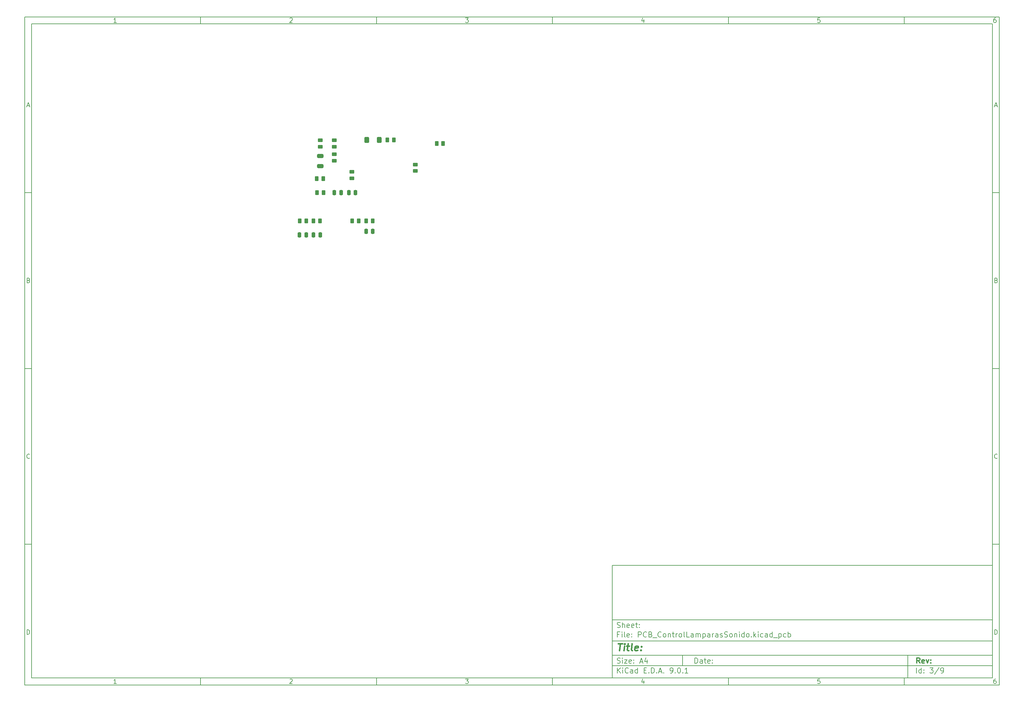
<source format=gbr>
%TF.GenerationSoftware,KiCad,Pcbnew,9.0.1*%
%TF.CreationDate,2025-04-21T16:50:23+01:00*%
%TF.ProjectId,PCB_ControlLamparasSonido,5043425f-436f-46e7-9472-6f6c4c616d70,rev?*%
%TF.SameCoordinates,Original*%
%TF.FileFunction,Paste,Top*%
%TF.FilePolarity,Positive*%
%FSLAX46Y46*%
G04 Gerber Fmt 4.6, Leading zero omitted, Abs format (unit mm)*
G04 Created by KiCad (PCBNEW 9.0.1) date 2025-04-21 16:50:23*
%MOMM*%
%LPD*%
G01*
G04 APERTURE LIST*
G04 Aperture macros list*
%AMRoundRect*
0 Rectangle with rounded corners*
0 $1 Rounding radius*
0 $2 $3 $4 $5 $6 $7 $8 $9 X,Y pos of 4 corners*
0 Add a 4 corners polygon primitive as box body*
4,1,4,$2,$3,$4,$5,$6,$7,$8,$9,$2,$3,0*
0 Add four circle primitives for the rounded corners*
1,1,$1+$1,$2,$3*
1,1,$1+$1,$4,$5*
1,1,$1+$1,$6,$7*
1,1,$1+$1,$8,$9*
0 Add four rect primitives between the rounded corners*
20,1,$1+$1,$2,$3,$4,$5,0*
20,1,$1+$1,$4,$5,$6,$7,0*
20,1,$1+$1,$6,$7,$8,$9,0*
20,1,$1+$1,$8,$9,$2,$3,0*%
G04 Aperture macros list end*
%ADD10C,0.100000*%
%ADD11C,0.150000*%
%ADD12C,0.300000*%
%ADD13C,0.400000*%
%ADD14RoundRect,0.250000X-0.262500X-0.450000X0.262500X-0.450000X0.262500X0.450000X-0.262500X0.450000X0*%
%ADD15RoundRect,0.250000X-0.450000X0.262500X-0.450000X-0.262500X0.450000X-0.262500X0.450000X0.262500X0*%
%ADD16RoundRect,0.250000X0.650000X-0.325000X0.650000X0.325000X-0.650000X0.325000X-0.650000X-0.325000X0*%
%ADD17RoundRect,0.250000X-0.250000X-0.475000X0.250000X-0.475000X0.250000X0.475000X-0.250000X0.475000X0*%
%ADD18RoundRect,0.250000X0.450000X-0.262500X0.450000X0.262500X-0.450000X0.262500X-0.450000X-0.262500X0*%
%ADD19RoundRect,0.250000X0.250000X0.475000X-0.250000X0.475000X-0.250000X-0.475000X0.250000X-0.475000X0*%
%ADD20RoundRect,0.250000X0.262500X0.450000X-0.262500X0.450000X-0.262500X-0.450000X0.262500X-0.450000X0*%
%ADD21RoundRect,0.250000X0.400000X0.600000X-0.400000X0.600000X-0.400000X-0.600000X0.400000X-0.600000X0*%
G04 APERTURE END LIST*
D10*
D11*
X177002200Y-166007200D02*
X285002200Y-166007200D01*
X285002200Y-198007200D01*
X177002200Y-198007200D01*
X177002200Y-166007200D01*
D10*
D11*
X10000000Y-10000000D02*
X287002200Y-10000000D01*
X287002200Y-200007200D01*
X10000000Y-200007200D01*
X10000000Y-10000000D01*
D10*
D11*
X12000000Y-12000000D02*
X285002200Y-12000000D01*
X285002200Y-198007200D01*
X12000000Y-198007200D01*
X12000000Y-12000000D01*
D10*
D11*
X60000000Y-12000000D02*
X60000000Y-10000000D01*
D10*
D11*
X110000000Y-12000000D02*
X110000000Y-10000000D01*
D10*
D11*
X160000000Y-12000000D02*
X160000000Y-10000000D01*
D10*
D11*
X210000000Y-12000000D02*
X210000000Y-10000000D01*
D10*
D11*
X260000000Y-12000000D02*
X260000000Y-10000000D01*
D10*
D11*
X36089160Y-11593604D02*
X35346303Y-11593604D01*
X35717731Y-11593604D02*
X35717731Y-10293604D01*
X35717731Y-10293604D02*
X35593922Y-10479319D01*
X35593922Y-10479319D02*
X35470112Y-10603128D01*
X35470112Y-10603128D02*
X35346303Y-10665033D01*
D10*
D11*
X85346303Y-10417414D02*
X85408207Y-10355509D01*
X85408207Y-10355509D02*
X85532017Y-10293604D01*
X85532017Y-10293604D02*
X85841541Y-10293604D01*
X85841541Y-10293604D02*
X85965350Y-10355509D01*
X85965350Y-10355509D02*
X86027255Y-10417414D01*
X86027255Y-10417414D02*
X86089160Y-10541223D01*
X86089160Y-10541223D02*
X86089160Y-10665033D01*
X86089160Y-10665033D02*
X86027255Y-10850747D01*
X86027255Y-10850747D02*
X85284398Y-11593604D01*
X85284398Y-11593604D02*
X86089160Y-11593604D01*
D10*
D11*
X135284398Y-10293604D02*
X136089160Y-10293604D01*
X136089160Y-10293604D02*
X135655826Y-10788842D01*
X135655826Y-10788842D02*
X135841541Y-10788842D01*
X135841541Y-10788842D02*
X135965350Y-10850747D01*
X135965350Y-10850747D02*
X136027255Y-10912652D01*
X136027255Y-10912652D02*
X136089160Y-11036461D01*
X136089160Y-11036461D02*
X136089160Y-11345985D01*
X136089160Y-11345985D02*
X136027255Y-11469795D01*
X136027255Y-11469795D02*
X135965350Y-11531700D01*
X135965350Y-11531700D02*
X135841541Y-11593604D01*
X135841541Y-11593604D02*
X135470112Y-11593604D01*
X135470112Y-11593604D02*
X135346303Y-11531700D01*
X135346303Y-11531700D02*
X135284398Y-11469795D01*
D10*
D11*
X185965350Y-10726938D02*
X185965350Y-11593604D01*
X185655826Y-10231700D02*
X185346303Y-11160271D01*
X185346303Y-11160271D02*
X186151064Y-11160271D01*
D10*
D11*
X236027255Y-10293604D02*
X235408207Y-10293604D01*
X235408207Y-10293604D02*
X235346303Y-10912652D01*
X235346303Y-10912652D02*
X235408207Y-10850747D01*
X235408207Y-10850747D02*
X235532017Y-10788842D01*
X235532017Y-10788842D02*
X235841541Y-10788842D01*
X235841541Y-10788842D02*
X235965350Y-10850747D01*
X235965350Y-10850747D02*
X236027255Y-10912652D01*
X236027255Y-10912652D02*
X236089160Y-11036461D01*
X236089160Y-11036461D02*
X236089160Y-11345985D01*
X236089160Y-11345985D02*
X236027255Y-11469795D01*
X236027255Y-11469795D02*
X235965350Y-11531700D01*
X235965350Y-11531700D02*
X235841541Y-11593604D01*
X235841541Y-11593604D02*
X235532017Y-11593604D01*
X235532017Y-11593604D02*
X235408207Y-11531700D01*
X235408207Y-11531700D02*
X235346303Y-11469795D01*
D10*
D11*
X285965350Y-10293604D02*
X285717731Y-10293604D01*
X285717731Y-10293604D02*
X285593922Y-10355509D01*
X285593922Y-10355509D02*
X285532017Y-10417414D01*
X285532017Y-10417414D02*
X285408207Y-10603128D01*
X285408207Y-10603128D02*
X285346303Y-10850747D01*
X285346303Y-10850747D02*
X285346303Y-11345985D01*
X285346303Y-11345985D02*
X285408207Y-11469795D01*
X285408207Y-11469795D02*
X285470112Y-11531700D01*
X285470112Y-11531700D02*
X285593922Y-11593604D01*
X285593922Y-11593604D02*
X285841541Y-11593604D01*
X285841541Y-11593604D02*
X285965350Y-11531700D01*
X285965350Y-11531700D02*
X286027255Y-11469795D01*
X286027255Y-11469795D02*
X286089160Y-11345985D01*
X286089160Y-11345985D02*
X286089160Y-11036461D01*
X286089160Y-11036461D02*
X286027255Y-10912652D01*
X286027255Y-10912652D02*
X285965350Y-10850747D01*
X285965350Y-10850747D02*
X285841541Y-10788842D01*
X285841541Y-10788842D02*
X285593922Y-10788842D01*
X285593922Y-10788842D02*
X285470112Y-10850747D01*
X285470112Y-10850747D02*
X285408207Y-10912652D01*
X285408207Y-10912652D02*
X285346303Y-11036461D01*
D10*
D11*
X60000000Y-198007200D02*
X60000000Y-200007200D01*
D10*
D11*
X110000000Y-198007200D02*
X110000000Y-200007200D01*
D10*
D11*
X160000000Y-198007200D02*
X160000000Y-200007200D01*
D10*
D11*
X210000000Y-198007200D02*
X210000000Y-200007200D01*
D10*
D11*
X260000000Y-198007200D02*
X260000000Y-200007200D01*
D10*
D11*
X36089160Y-199600804D02*
X35346303Y-199600804D01*
X35717731Y-199600804D02*
X35717731Y-198300804D01*
X35717731Y-198300804D02*
X35593922Y-198486519D01*
X35593922Y-198486519D02*
X35470112Y-198610328D01*
X35470112Y-198610328D02*
X35346303Y-198672233D01*
D10*
D11*
X85346303Y-198424614D02*
X85408207Y-198362709D01*
X85408207Y-198362709D02*
X85532017Y-198300804D01*
X85532017Y-198300804D02*
X85841541Y-198300804D01*
X85841541Y-198300804D02*
X85965350Y-198362709D01*
X85965350Y-198362709D02*
X86027255Y-198424614D01*
X86027255Y-198424614D02*
X86089160Y-198548423D01*
X86089160Y-198548423D02*
X86089160Y-198672233D01*
X86089160Y-198672233D02*
X86027255Y-198857947D01*
X86027255Y-198857947D02*
X85284398Y-199600804D01*
X85284398Y-199600804D02*
X86089160Y-199600804D01*
D10*
D11*
X135284398Y-198300804D02*
X136089160Y-198300804D01*
X136089160Y-198300804D02*
X135655826Y-198796042D01*
X135655826Y-198796042D02*
X135841541Y-198796042D01*
X135841541Y-198796042D02*
X135965350Y-198857947D01*
X135965350Y-198857947D02*
X136027255Y-198919852D01*
X136027255Y-198919852D02*
X136089160Y-199043661D01*
X136089160Y-199043661D02*
X136089160Y-199353185D01*
X136089160Y-199353185D02*
X136027255Y-199476995D01*
X136027255Y-199476995D02*
X135965350Y-199538900D01*
X135965350Y-199538900D02*
X135841541Y-199600804D01*
X135841541Y-199600804D02*
X135470112Y-199600804D01*
X135470112Y-199600804D02*
X135346303Y-199538900D01*
X135346303Y-199538900D02*
X135284398Y-199476995D01*
D10*
D11*
X185965350Y-198734138D02*
X185965350Y-199600804D01*
X185655826Y-198238900D02*
X185346303Y-199167471D01*
X185346303Y-199167471D02*
X186151064Y-199167471D01*
D10*
D11*
X236027255Y-198300804D02*
X235408207Y-198300804D01*
X235408207Y-198300804D02*
X235346303Y-198919852D01*
X235346303Y-198919852D02*
X235408207Y-198857947D01*
X235408207Y-198857947D02*
X235532017Y-198796042D01*
X235532017Y-198796042D02*
X235841541Y-198796042D01*
X235841541Y-198796042D02*
X235965350Y-198857947D01*
X235965350Y-198857947D02*
X236027255Y-198919852D01*
X236027255Y-198919852D02*
X236089160Y-199043661D01*
X236089160Y-199043661D02*
X236089160Y-199353185D01*
X236089160Y-199353185D02*
X236027255Y-199476995D01*
X236027255Y-199476995D02*
X235965350Y-199538900D01*
X235965350Y-199538900D02*
X235841541Y-199600804D01*
X235841541Y-199600804D02*
X235532017Y-199600804D01*
X235532017Y-199600804D02*
X235408207Y-199538900D01*
X235408207Y-199538900D02*
X235346303Y-199476995D01*
D10*
D11*
X285965350Y-198300804D02*
X285717731Y-198300804D01*
X285717731Y-198300804D02*
X285593922Y-198362709D01*
X285593922Y-198362709D02*
X285532017Y-198424614D01*
X285532017Y-198424614D02*
X285408207Y-198610328D01*
X285408207Y-198610328D02*
X285346303Y-198857947D01*
X285346303Y-198857947D02*
X285346303Y-199353185D01*
X285346303Y-199353185D02*
X285408207Y-199476995D01*
X285408207Y-199476995D02*
X285470112Y-199538900D01*
X285470112Y-199538900D02*
X285593922Y-199600804D01*
X285593922Y-199600804D02*
X285841541Y-199600804D01*
X285841541Y-199600804D02*
X285965350Y-199538900D01*
X285965350Y-199538900D02*
X286027255Y-199476995D01*
X286027255Y-199476995D02*
X286089160Y-199353185D01*
X286089160Y-199353185D02*
X286089160Y-199043661D01*
X286089160Y-199043661D02*
X286027255Y-198919852D01*
X286027255Y-198919852D02*
X285965350Y-198857947D01*
X285965350Y-198857947D02*
X285841541Y-198796042D01*
X285841541Y-198796042D02*
X285593922Y-198796042D01*
X285593922Y-198796042D02*
X285470112Y-198857947D01*
X285470112Y-198857947D02*
X285408207Y-198919852D01*
X285408207Y-198919852D02*
X285346303Y-199043661D01*
D10*
D11*
X10000000Y-60000000D02*
X12000000Y-60000000D01*
D10*
D11*
X10000000Y-110000000D02*
X12000000Y-110000000D01*
D10*
D11*
X10000000Y-160000000D02*
X12000000Y-160000000D01*
D10*
D11*
X10690476Y-35222176D02*
X11309523Y-35222176D01*
X10566666Y-35593604D02*
X10999999Y-34293604D01*
X10999999Y-34293604D02*
X11433333Y-35593604D01*
D10*
D11*
X11092857Y-84912652D02*
X11278571Y-84974557D01*
X11278571Y-84974557D02*
X11340476Y-85036461D01*
X11340476Y-85036461D02*
X11402380Y-85160271D01*
X11402380Y-85160271D02*
X11402380Y-85345985D01*
X11402380Y-85345985D02*
X11340476Y-85469795D01*
X11340476Y-85469795D02*
X11278571Y-85531700D01*
X11278571Y-85531700D02*
X11154761Y-85593604D01*
X11154761Y-85593604D02*
X10659523Y-85593604D01*
X10659523Y-85593604D02*
X10659523Y-84293604D01*
X10659523Y-84293604D02*
X11092857Y-84293604D01*
X11092857Y-84293604D02*
X11216666Y-84355509D01*
X11216666Y-84355509D02*
X11278571Y-84417414D01*
X11278571Y-84417414D02*
X11340476Y-84541223D01*
X11340476Y-84541223D02*
X11340476Y-84665033D01*
X11340476Y-84665033D02*
X11278571Y-84788842D01*
X11278571Y-84788842D02*
X11216666Y-84850747D01*
X11216666Y-84850747D02*
X11092857Y-84912652D01*
X11092857Y-84912652D02*
X10659523Y-84912652D01*
D10*
D11*
X11402380Y-135469795D02*
X11340476Y-135531700D01*
X11340476Y-135531700D02*
X11154761Y-135593604D01*
X11154761Y-135593604D02*
X11030952Y-135593604D01*
X11030952Y-135593604D02*
X10845238Y-135531700D01*
X10845238Y-135531700D02*
X10721428Y-135407890D01*
X10721428Y-135407890D02*
X10659523Y-135284080D01*
X10659523Y-135284080D02*
X10597619Y-135036461D01*
X10597619Y-135036461D02*
X10597619Y-134850747D01*
X10597619Y-134850747D02*
X10659523Y-134603128D01*
X10659523Y-134603128D02*
X10721428Y-134479319D01*
X10721428Y-134479319D02*
X10845238Y-134355509D01*
X10845238Y-134355509D02*
X11030952Y-134293604D01*
X11030952Y-134293604D02*
X11154761Y-134293604D01*
X11154761Y-134293604D02*
X11340476Y-134355509D01*
X11340476Y-134355509D02*
X11402380Y-134417414D01*
D10*
D11*
X10659523Y-185593604D02*
X10659523Y-184293604D01*
X10659523Y-184293604D02*
X10969047Y-184293604D01*
X10969047Y-184293604D02*
X11154761Y-184355509D01*
X11154761Y-184355509D02*
X11278571Y-184479319D01*
X11278571Y-184479319D02*
X11340476Y-184603128D01*
X11340476Y-184603128D02*
X11402380Y-184850747D01*
X11402380Y-184850747D02*
X11402380Y-185036461D01*
X11402380Y-185036461D02*
X11340476Y-185284080D01*
X11340476Y-185284080D02*
X11278571Y-185407890D01*
X11278571Y-185407890D02*
X11154761Y-185531700D01*
X11154761Y-185531700D02*
X10969047Y-185593604D01*
X10969047Y-185593604D02*
X10659523Y-185593604D01*
D10*
D11*
X287002200Y-60000000D02*
X285002200Y-60000000D01*
D10*
D11*
X287002200Y-110000000D02*
X285002200Y-110000000D01*
D10*
D11*
X287002200Y-160000000D02*
X285002200Y-160000000D01*
D10*
D11*
X285692676Y-35222176D02*
X286311723Y-35222176D01*
X285568866Y-35593604D02*
X286002199Y-34293604D01*
X286002199Y-34293604D02*
X286435533Y-35593604D01*
D10*
D11*
X286095057Y-84912652D02*
X286280771Y-84974557D01*
X286280771Y-84974557D02*
X286342676Y-85036461D01*
X286342676Y-85036461D02*
X286404580Y-85160271D01*
X286404580Y-85160271D02*
X286404580Y-85345985D01*
X286404580Y-85345985D02*
X286342676Y-85469795D01*
X286342676Y-85469795D02*
X286280771Y-85531700D01*
X286280771Y-85531700D02*
X286156961Y-85593604D01*
X286156961Y-85593604D02*
X285661723Y-85593604D01*
X285661723Y-85593604D02*
X285661723Y-84293604D01*
X285661723Y-84293604D02*
X286095057Y-84293604D01*
X286095057Y-84293604D02*
X286218866Y-84355509D01*
X286218866Y-84355509D02*
X286280771Y-84417414D01*
X286280771Y-84417414D02*
X286342676Y-84541223D01*
X286342676Y-84541223D02*
X286342676Y-84665033D01*
X286342676Y-84665033D02*
X286280771Y-84788842D01*
X286280771Y-84788842D02*
X286218866Y-84850747D01*
X286218866Y-84850747D02*
X286095057Y-84912652D01*
X286095057Y-84912652D02*
X285661723Y-84912652D01*
D10*
D11*
X286404580Y-135469795D02*
X286342676Y-135531700D01*
X286342676Y-135531700D02*
X286156961Y-135593604D01*
X286156961Y-135593604D02*
X286033152Y-135593604D01*
X286033152Y-135593604D02*
X285847438Y-135531700D01*
X285847438Y-135531700D02*
X285723628Y-135407890D01*
X285723628Y-135407890D02*
X285661723Y-135284080D01*
X285661723Y-135284080D02*
X285599819Y-135036461D01*
X285599819Y-135036461D02*
X285599819Y-134850747D01*
X285599819Y-134850747D02*
X285661723Y-134603128D01*
X285661723Y-134603128D02*
X285723628Y-134479319D01*
X285723628Y-134479319D02*
X285847438Y-134355509D01*
X285847438Y-134355509D02*
X286033152Y-134293604D01*
X286033152Y-134293604D02*
X286156961Y-134293604D01*
X286156961Y-134293604D02*
X286342676Y-134355509D01*
X286342676Y-134355509D02*
X286404580Y-134417414D01*
D10*
D11*
X285661723Y-185593604D02*
X285661723Y-184293604D01*
X285661723Y-184293604D02*
X285971247Y-184293604D01*
X285971247Y-184293604D02*
X286156961Y-184355509D01*
X286156961Y-184355509D02*
X286280771Y-184479319D01*
X286280771Y-184479319D02*
X286342676Y-184603128D01*
X286342676Y-184603128D02*
X286404580Y-184850747D01*
X286404580Y-184850747D02*
X286404580Y-185036461D01*
X286404580Y-185036461D02*
X286342676Y-185284080D01*
X286342676Y-185284080D02*
X286280771Y-185407890D01*
X286280771Y-185407890D02*
X286156961Y-185531700D01*
X286156961Y-185531700D02*
X285971247Y-185593604D01*
X285971247Y-185593604D02*
X285661723Y-185593604D01*
D10*
D11*
X200458026Y-193793328D02*
X200458026Y-192293328D01*
X200458026Y-192293328D02*
X200815169Y-192293328D01*
X200815169Y-192293328D02*
X201029455Y-192364757D01*
X201029455Y-192364757D02*
X201172312Y-192507614D01*
X201172312Y-192507614D02*
X201243741Y-192650471D01*
X201243741Y-192650471D02*
X201315169Y-192936185D01*
X201315169Y-192936185D02*
X201315169Y-193150471D01*
X201315169Y-193150471D02*
X201243741Y-193436185D01*
X201243741Y-193436185D02*
X201172312Y-193579042D01*
X201172312Y-193579042D02*
X201029455Y-193721900D01*
X201029455Y-193721900D02*
X200815169Y-193793328D01*
X200815169Y-193793328D02*
X200458026Y-193793328D01*
X202600884Y-193793328D02*
X202600884Y-193007614D01*
X202600884Y-193007614D02*
X202529455Y-192864757D01*
X202529455Y-192864757D02*
X202386598Y-192793328D01*
X202386598Y-192793328D02*
X202100884Y-192793328D01*
X202100884Y-192793328D02*
X201958026Y-192864757D01*
X202600884Y-193721900D02*
X202458026Y-193793328D01*
X202458026Y-193793328D02*
X202100884Y-193793328D01*
X202100884Y-193793328D02*
X201958026Y-193721900D01*
X201958026Y-193721900D02*
X201886598Y-193579042D01*
X201886598Y-193579042D02*
X201886598Y-193436185D01*
X201886598Y-193436185D02*
X201958026Y-193293328D01*
X201958026Y-193293328D02*
X202100884Y-193221900D01*
X202100884Y-193221900D02*
X202458026Y-193221900D01*
X202458026Y-193221900D02*
X202600884Y-193150471D01*
X203100884Y-192793328D02*
X203672312Y-192793328D01*
X203315169Y-192293328D02*
X203315169Y-193579042D01*
X203315169Y-193579042D02*
X203386598Y-193721900D01*
X203386598Y-193721900D02*
X203529455Y-193793328D01*
X203529455Y-193793328D02*
X203672312Y-193793328D01*
X204743741Y-193721900D02*
X204600884Y-193793328D01*
X204600884Y-193793328D02*
X204315170Y-193793328D01*
X204315170Y-193793328D02*
X204172312Y-193721900D01*
X204172312Y-193721900D02*
X204100884Y-193579042D01*
X204100884Y-193579042D02*
X204100884Y-193007614D01*
X204100884Y-193007614D02*
X204172312Y-192864757D01*
X204172312Y-192864757D02*
X204315170Y-192793328D01*
X204315170Y-192793328D02*
X204600884Y-192793328D01*
X204600884Y-192793328D02*
X204743741Y-192864757D01*
X204743741Y-192864757D02*
X204815170Y-193007614D01*
X204815170Y-193007614D02*
X204815170Y-193150471D01*
X204815170Y-193150471D02*
X204100884Y-193293328D01*
X205458026Y-193650471D02*
X205529455Y-193721900D01*
X205529455Y-193721900D02*
X205458026Y-193793328D01*
X205458026Y-193793328D02*
X205386598Y-193721900D01*
X205386598Y-193721900D02*
X205458026Y-193650471D01*
X205458026Y-193650471D02*
X205458026Y-193793328D01*
X205458026Y-192864757D02*
X205529455Y-192936185D01*
X205529455Y-192936185D02*
X205458026Y-193007614D01*
X205458026Y-193007614D02*
X205386598Y-192936185D01*
X205386598Y-192936185D02*
X205458026Y-192864757D01*
X205458026Y-192864757D02*
X205458026Y-193007614D01*
D10*
D11*
X177002200Y-194507200D02*
X285002200Y-194507200D01*
D10*
D11*
X178458026Y-196593328D02*
X178458026Y-195093328D01*
X179315169Y-196593328D02*
X178672312Y-195736185D01*
X179315169Y-195093328D02*
X178458026Y-195950471D01*
X179958026Y-196593328D02*
X179958026Y-195593328D01*
X179958026Y-195093328D02*
X179886598Y-195164757D01*
X179886598Y-195164757D02*
X179958026Y-195236185D01*
X179958026Y-195236185D02*
X180029455Y-195164757D01*
X180029455Y-195164757D02*
X179958026Y-195093328D01*
X179958026Y-195093328D02*
X179958026Y-195236185D01*
X181529455Y-196450471D02*
X181458027Y-196521900D01*
X181458027Y-196521900D02*
X181243741Y-196593328D01*
X181243741Y-196593328D02*
X181100884Y-196593328D01*
X181100884Y-196593328D02*
X180886598Y-196521900D01*
X180886598Y-196521900D02*
X180743741Y-196379042D01*
X180743741Y-196379042D02*
X180672312Y-196236185D01*
X180672312Y-196236185D02*
X180600884Y-195950471D01*
X180600884Y-195950471D02*
X180600884Y-195736185D01*
X180600884Y-195736185D02*
X180672312Y-195450471D01*
X180672312Y-195450471D02*
X180743741Y-195307614D01*
X180743741Y-195307614D02*
X180886598Y-195164757D01*
X180886598Y-195164757D02*
X181100884Y-195093328D01*
X181100884Y-195093328D02*
X181243741Y-195093328D01*
X181243741Y-195093328D02*
X181458027Y-195164757D01*
X181458027Y-195164757D02*
X181529455Y-195236185D01*
X182815170Y-196593328D02*
X182815170Y-195807614D01*
X182815170Y-195807614D02*
X182743741Y-195664757D01*
X182743741Y-195664757D02*
X182600884Y-195593328D01*
X182600884Y-195593328D02*
X182315170Y-195593328D01*
X182315170Y-195593328D02*
X182172312Y-195664757D01*
X182815170Y-196521900D02*
X182672312Y-196593328D01*
X182672312Y-196593328D02*
X182315170Y-196593328D01*
X182315170Y-196593328D02*
X182172312Y-196521900D01*
X182172312Y-196521900D02*
X182100884Y-196379042D01*
X182100884Y-196379042D02*
X182100884Y-196236185D01*
X182100884Y-196236185D02*
X182172312Y-196093328D01*
X182172312Y-196093328D02*
X182315170Y-196021900D01*
X182315170Y-196021900D02*
X182672312Y-196021900D01*
X182672312Y-196021900D02*
X182815170Y-195950471D01*
X184172313Y-196593328D02*
X184172313Y-195093328D01*
X184172313Y-196521900D02*
X184029455Y-196593328D01*
X184029455Y-196593328D02*
X183743741Y-196593328D01*
X183743741Y-196593328D02*
X183600884Y-196521900D01*
X183600884Y-196521900D02*
X183529455Y-196450471D01*
X183529455Y-196450471D02*
X183458027Y-196307614D01*
X183458027Y-196307614D02*
X183458027Y-195879042D01*
X183458027Y-195879042D02*
X183529455Y-195736185D01*
X183529455Y-195736185D02*
X183600884Y-195664757D01*
X183600884Y-195664757D02*
X183743741Y-195593328D01*
X183743741Y-195593328D02*
X184029455Y-195593328D01*
X184029455Y-195593328D02*
X184172313Y-195664757D01*
X186029455Y-195807614D02*
X186529455Y-195807614D01*
X186743741Y-196593328D02*
X186029455Y-196593328D01*
X186029455Y-196593328D02*
X186029455Y-195093328D01*
X186029455Y-195093328D02*
X186743741Y-195093328D01*
X187386598Y-196450471D02*
X187458027Y-196521900D01*
X187458027Y-196521900D02*
X187386598Y-196593328D01*
X187386598Y-196593328D02*
X187315170Y-196521900D01*
X187315170Y-196521900D02*
X187386598Y-196450471D01*
X187386598Y-196450471D02*
X187386598Y-196593328D01*
X188100884Y-196593328D02*
X188100884Y-195093328D01*
X188100884Y-195093328D02*
X188458027Y-195093328D01*
X188458027Y-195093328D02*
X188672313Y-195164757D01*
X188672313Y-195164757D02*
X188815170Y-195307614D01*
X188815170Y-195307614D02*
X188886599Y-195450471D01*
X188886599Y-195450471D02*
X188958027Y-195736185D01*
X188958027Y-195736185D02*
X188958027Y-195950471D01*
X188958027Y-195950471D02*
X188886599Y-196236185D01*
X188886599Y-196236185D02*
X188815170Y-196379042D01*
X188815170Y-196379042D02*
X188672313Y-196521900D01*
X188672313Y-196521900D02*
X188458027Y-196593328D01*
X188458027Y-196593328D02*
X188100884Y-196593328D01*
X189600884Y-196450471D02*
X189672313Y-196521900D01*
X189672313Y-196521900D02*
X189600884Y-196593328D01*
X189600884Y-196593328D02*
X189529456Y-196521900D01*
X189529456Y-196521900D02*
X189600884Y-196450471D01*
X189600884Y-196450471D02*
X189600884Y-196593328D01*
X190243742Y-196164757D02*
X190958028Y-196164757D01*
X190100885Y-196593328D02*
X190600885Y-195093328D01*
X190600885Y-195093328D02*
X191100885Y-196593328D01*
X191600884Y-196450471D02*
X191672313Y-196521900D01*
X191672313Y-196521900D02*
X191600884Y-196593328D01*
X191600884Y-196593328D02*
X191529456Y-196521900D01*
X191529456Y-196521900D02*
X191600884Y-196450471D01*
X191600884Y-196450471D02*
X191600884Y-196593328D01*
X193529456Y-196593328D02*
X193815170Y-196593328D01*
X193815170Y-196593328D02*
X193958027Y-196521900D01*
X193958027Y-196521900D02*
X194029456Y-196450471D01*
X194029456Y-196450471D02*
X194172313Y-196236185D01*
X194172313Y-196236185D02*
X194243742Y-195950471D01*
X194243742Y-195950471D02*
X194243742Y-195379042D01*
X194243742Y-195379042D02*
X194172313Y-195236185D01*
X194172313Y-195236185D02*
X194100885Y-195164757D01*
X194100885Y-195164757D02*
X193958027Y-195093328D01*
X193958027Y-195093328D02*
X193672313Y-195093328D01*
X193672313Y-195093328D02*
X193529456Y-195164757D01*
X193529456Y-195164757D02*
X193458027Y-195236185D01*
X193458027Y-195236185D02*
X193386599Y-195379042D01*
X193386599Y-195379042D02*
X193386599Y-195736185D01*
X193386599Y-195736185D02*
X193458027Y-195879042D01*
X193458027Y-195879042D02*
X193529456Y-195950471D01*
X193529456Y-195950471D02*
X193672313Y-196021900D01*
X193672313Y-196021900D02*
X193958027Y-196021900D01*
X193958027Y-196021900D02*
X194100885Y-195950471D01*
X194100885Y-195950471D02*
X194172313Y-195879042D01*
X194172313Y-195879042D02*
X194243742Y-195736185D01*
X194886598Y-196450471D02*
X194958027Y-196521900D01*
X194958027Y-196521900D02*
X194886598Y-196593328D01*
X194886598Y-196593328D02*
X194815170Y-196521900D01*
X194815170Y-196521900D02*
X194886598Y-196450471D01*
X194886598Y-196450471D02*
X194886598Y-196593328D01*
X195886599Y-195093328D02*
X196029456Y-195093328D01*
X196029456Y-195093328D02*
X196172313Y-195164757D01*
X196172313Y-195164757D02*
X196243742Y-195236185D01*
X196243742Y-195236185D02*
X196315170Y-195379042D01*
X196315170Y-195379042D02*
X196386599Y-195664757D01*
X196386599Y-195664757D02*
X196386599Y-196021900D01*
X196386599Y-196021900D02*
X196315170Y-196307614D01*
X196315170Y-196307614D02*
X196243742Y-196450471D01*
X196243742Y-196450471D02*
X196172313Y-196521900D01*
X196172313Y-196521900D02*
X196029456Y-196593328D01*
X196029456Y-196593328D02*
X195886599Y-196593328D01*
X195886599Y-196593328D02*
X195743742Y-196521900D01*
X195743742Y-196521900D02*
X195672313Y-196450471D01*
X195672313Y-196450471D02*
X195600884Y-196307614D01*
X195600884Y-196307614D02*
X195529456Y-196021900D01*
X195529456Y-196021900D02*
X195529456Y-195664757D01*
X195529456Y-195664757D02*
X195600884Y-195379042D01*
X195600884Y-195379042D02*
X195672313Y-195236185D01*
X195672313Y-195236185D02*
X195743742Y-195164757D01*
X195743742Y-195164757D02*
X195886599Y-195093328D01*
X197029455Y-196450471D02*
X197100884Y-196521900D01*
X197100884Y-196521900D02*
X197029455Y-196593328D01*
X197029455Y-196593328D02*
X196958027Y-196521900D01*
X196958027Y-196521900D02*
X197029455Y-196450471D01*
X197029455Y-196450471D02*
X197029455Y-196593328D01*
X198529456Y-196593328D02*
X197672313Y-196593328D01*
X198100884Y-196593328D02*
X198100884Y-195093328D01*
X198100884Y-195093328D02*
X197958027Y-195307614D01*
X197958027Y-195307614D02*
X197815170Y-195450471D01*
X197815170Y-195450471D02*
X197672313Y-195521900D01*
D10*
D11*
X177002200Y-191507200D02*
X285002200Y-191507200D01*
D10*
D12*
X264413853Y-193785528D02*
X263913853Y-193071242D01*
X263556710Y-193785528D02*
X263556710Y-192285528D01*
X263556710Y-192285528D02*
X264128139Y-192285528D01*
X264128139Y-192285528D02*
X264270996Y-192356957D01*
X264270996Y-192356957D02*
X264342425Y-192428385D01*
X264342425Y-192428385D02*
X264413853Y-192571242D01*
X264413853Y-192571242D02*
X264413853Y-192785528D01*
X264413853Y-192785528D02*
X264342425Y-192928385D01*
X264342425Y-192928385D02*
X264270996Y-192999814D01*
X264270996Y-192999814D02*
X264128139Y-193071242D01*
X264128139Y-193071242D02*
X263556710Y-193071242D01*
X265628139Y-193714100D02*
X265485282Y-193785528D01*
X265485282Y-193785528D02*
X265199568Y-193785528D01*
X265199568Y-193785528D02*
X265056710Y-193714100D01*
X265056710Y-193714100D02*
X264985282Y-193571242D01*
X264985282Y-193571242D02*
X264985282Y-192999814D01*
X264985282Y-192999814D02*
X265056710Y-192856957D01*
X265056710Y-192856957D02*
X265199568Y-192785528D01*
X265199568Y-192785528D02*
X265485282Y-192785528D01*
X265485282Y-192785528D02*
X265628139Y-192856957D01*
X265628139Y-192856957D02*
X265699568Y-192999814D01*
X265699568Y-192999814D02*
X265699568Y-193142671D01*
X265699568Y-193142671D02*
X264985282Y-193285528D01*
X266199567Y-192785528D02*
X266556710Y-193785528D01*
X266556710Y-193785528D02*
X266913853Y-192785528D01*
X267485281Y-193642671D02*
X267556710Y-193714100D01*
X267556710Y-193714100D02*
X267485281Y-193785528D01*
X267485281Y-193785528D02*
X267413853Y-193714100D01*
X267413853Y-193714100D02*
X267485281Y-193642671D01*
X267485281Y-193642671D02*
X267485281Y-193785528D01*
X267485281Y-192856957D02*
X267556710Y-192928385D01*
X267556710Y-192928385D02*
X267485281Y-192999814D01*
X267485281Y-192999814D02*
X267413853Y-192928385D01*
X267413853Y-192928385D02*
X267485281Y-192856957D01*
X267485281Y-192856957D02*
X267485281Y-192999814D01*
D10*
D11*
X178386598Y-193721900D02*
X178600884Y-193793328D01*
X178600884Y-193793328D02*
X178958026Y-193793328D01*
X178958026Y-193793328D02*
X179100884Y-193721900D01*
X179100884Y-193721900D02*
X179172312Y-193650471D01*
X179172312Y-193650471D02*
X179243741Y-193507614D01*
X179243741Y-193507614D02*
X179243741Y-193364757D01*
X179243741Y-193364757D02*
X179172312Y-193221900D01*
X179172312Y-193221900D02*
X179100884Y-193150471D01*
X179100884Y-193150471D02*
X178958026Y-193079042D01*
X178958026Y-193079042D02*
X178672312Y-193007614D01*
X178672312Y-193007614D02*
X178529455Y-192936185D01*
X178529455Y-192936185D02*
X178458026Y-192864757D01*
X178458026Y-192864757D02*
X178386598Y-192721900D01*
X178386598Y-192721900D02*
X178386598Y-192579042D01*
X178386598Y-192579042D02*
X178458026Y-192436185D01*
X178458026Y-192436185D02*
X178529455Y-192364757D01*
X178529455Y-192364757D02*
X178672312Y-192293328D01*
X178672312Y-192293328D02*
X179029455Y-192293328D01*
X179029455Y-192293328D02*
X179243741Y-192364757D01*
X179886597Y-193793328D02*
X179886597Y-192793328D01*
X179886597Y-192293328D02*
X179815169Y-192364757D01*
X179815169Y-192364757D02*
X179886597Y-192436185D01*
X179886597Y-192436185D02*
X179958026Y-192364757D01*
X179958026Y-192364757D02*
X179886597Y-192293328D01*
X179886597Y-192293328D02*
X179886597Y-192436185D01*
X180458026Y-192793328D02*
X181243741Y-192793328D01*
X181243741Y-192793328D02*
X180458026Y-193793328D01*
X180458026Y-193793328D02*
X181243741Y-193793328D01*
X182386598Y-193721900D02*
X182243741Y-193793328D01*
X182243741Y-193793328D02*
X181958027Y-193793328D01*
X181958027Y-193793328D02*
X181815169Y-193721900D01*
X181815169Y-193721900D02*
X181743741Y-193579042D01*
X181743741Y-193579042D02*
X181743741Y-193007614D01*
X181743741Y-193007614D02*
X181815169Y-192864757D01*
X181815169Y-192864757D02*
X181958027Y-192793328D01*
X181958027Y-192793328D02*
X182243741Y-192793328D01*
X182243741Y-192793328D02*
X182386598Y-192864757D01*
X182386598Y-192864757D02*
X182458027Y-193007614D01*
X182458027Y-193007614D02*
X182458027Y-193150471D01*
X182458027Y-193150471D02*
X181743741Y-193293328D01*
X183100883Y-193650471D02*
X183172312Y-193721900D01*
X183172312Y-193721900D02*
X183100883Y-193793328D01*
X183100883Y-193793328D02*
X183029455Y-193721900D01*
X183029455Y-193721900D02*
X183100883Y-193650471D01*
X183100883Y-193650471D02*
X183100883Y-193793328D01*
X183100883Y-192864757D02*
X183172312Y-192936185D01*
X183172312Y-192936185D02*
X183100883Y-193007614D01*
X183100883Y-193007614D02*
X183029455Y-192936185D01*
X183029455Y-192936185D02*
X183100883Y-192864757D01*
X183100883Y-192864757D02*
X183100883Y-193007614D01*
X184886598Y-193364757D02*
X185600884Y-193364757D01*
X184743741Y-193793328D02*
X185243741Y-192293328D01*
X185243741Y-192293328D02*
X185743741Y-193793328D01*
X186886598Y-192793328D02*
X186886598Y-193793328D01*
X186529455Y-192221900D02*
X186172312Y-193293328D01*
X186172312Y-193293328D02*
X187100883Y-193293328D01*
D10*
D11*
X263458026Y-196593328D02*
X263458026Y-195093328D01*
X264815170Y-196593328D02*
X264815170Y-195093328D01*
X264815170Y-196521900D02*
X264672312Y-196593328D01*
X264672312Y-196593328D02*
X264386598Y-196593328D01*
X264386598Y-196593328D02*
X264243741Y-196521900D01*
X264243741Y-196521900D02*
X264172312Y-196450471D01*
X264172312Y-196450471D02*
X264100884Y-196307614D01*
X264100884Y-196307614D02*
X264100884Y-195879042D01*
X264100884Y-195879042D02*
X264172312Y-195736185D01*
X264172312Y-195736185D02*
X264243741Y-195664757D01*
X264243741Y-195664757D02*
X264386598Y-195593328D01*
X264386598Y-195593328D02*
X264672312Y-195593328D01*
X264672312Y-195593328D02*
X264815170Y-195664757D01*
X265529455Y-196450471D02*
X265600884Y-196521900D01*
X265600884Y-196521900D02*
X265529455Y-196593328D01*
X265529455Y-196593328D02*
X265458027Y-196521900D01*
X265458027Y-196521900D02*
X265529455Y-196450471D01*
X265529455Y-196450471D02*
X265529455Y-196593328D01*
X265529455Y-195664757D02*
X265600884Y-195736185D01*
X265600884Y-195736185D02*
X265529455Y-195807614D01*
X265529455Y-195807614D02*
X265458027Y-195736185D01*
X265458027Y-195736185D02*
X265529455Y-195664757D01*
X265529455Y-195664757D02*
X265529455Y-195807614D01*
X267243741Y-195093328D02*
X268172313Y-195093328D01*
X268172313Y-195093328D02*
X267672313Y-195664757D01*
X267672313Y-195664757D02*
X267886598Y-195664757D01*
X267886598Y-195664757D02*
X268029456Y-195736185D01*
X268029456Y-195736185D02*
X268100884Y-195807614D01*
X268100884Y-195807614D02*
X268172313Y-195950471D01*
X268172313Y-195950471D02*
X268172313Y-196307614D01*
X268172313Y-196307614D02*
X268100884Y-196450471D01*
X268100884Y-196450471D02*
X268029456Y-196521900D01*
X268029456Y-196521900D02*
X267886598Y-196593328D01*
X267886598Y-196593328D02*
X267458027Y-196593328D01*
X267458027Y-196593328D02*
X267315170Y-196521900D01*
X267315170Y-196521900D02*
X267243741Y-196450471D01*
X269886598Y-195021900D02*
X268600884Y-196950471D01*
X270458027Y-196593328D02*
X270743741Y-196593328D01*
X270743741Y-196593328D02*
X270886598Y-196521900D01*
X270886598Y-196521900D02*
X270958027Y-196450471D01*
X270958027Y-196450471D02*
X271100884Y-196236185D01*
X271100884Y-196236185D02*
X271172313Y-195950471D01*
X271172313Y-195950471D02*
X271172313Y-195379042D01*
X271172313Y-195379042D02*
X271100884Y-195236185D01*
X271100884Y-195236185D02*
X271029456Y-195164757D01*
X271029456Y-195164757D02*
X270886598Y-195093328D01*
X270886598Y-195093328D02*
X270600884Y-195093328D01*
X270600884Y-195093328D02*
X270458027Y-195164757D01*
X270458027Y-195164757D02*
X270386598Y-195236185D01*
X270386598Y-195236185D02*
X270315170Y-195379042D01*
X270315170Y-195379042D02*
X270315170Y-195736185D01*
X270315170Y-195736185D02*
X270386598Y-195879042D01*
X270386598Y-195879042D02*
X270458027Y-195950471D01*
X270458027Y-195950471D02*
X270600884Y-196021900D01*
X270600884Y-196021900D02*
X270886598Y-196021900D01*
X270886598Y-196021900D02*
X271029456Y-195950471D01*
X271029456Y-195950471D02*
X271100884Y-195879042D01*
X271100884Y-195879042D02*
X271172313Y-195736185D01*
D10*
D11*
X177002200Y-187507200D02*
X285002200Y-187507200D01*
D10*
D13*
X178693928Y-188211638D02*
X179836785Y-188211638D01*
X179015357Y-190211638D02*
X179265357Y-188211638D01*
X180253452Y-190211638D02*
X180420119Y-188878304D01*
X180503452Y-188211638D02*
X180396309Y-188306876D01*
X180396309Y-188306876D02*
X180479643Y-188402114D01*
X180479643Y-188402114D02*
X180586786Y-188306876D01*
X180586786Y-188306876D02*
X180503452Y-188211638D01*
X180503452Y-188211638D02*
X180479643Y-188402114D01*
X181086786Y-188878304D02*
X181848690Y-188878304D01*
X181455833Y-188211638D02*
X181241548Y-189925923D01*
X181241548Y-189925923D02*
X181312976Y-190116400D01*
X181312976Y-190116400D02*
X181491548Y-190211638D01*
X181491548Y-190211638D02*
X181682024Y-190211638D01*
X182634405Y-190211638D02*
X182455833Y-190116400D01*
X182455833Y-190116400D02*
X182384405Y-189925923D01*
X182384405Y-189925923D02*
X182598690Y-188211638D01*
X184170119Y-190116400D02*
X183967738Y-190211638D01*
X183967738Y-190211638D02*
X183586785Y-190211638D01*
X183586785Y-190211638D02*
X183408214Y-190116400D01*
X183408214Y-190116400D02*
X183336785Y-189925923D01*
X183336785Y-189925923D02*
X183432024Y-189164019D01*
X183432024Y-189164019D02*
X183551071Y-188973542D01*
X183551071Y-188973542D02*
X183753452Y-188878304D01*
X183753452Y-188878304D02*
X184134404Y-188878304D01*
X184134404Y-188878304D02*
X184312976Y-188973542D01*
X184312976Y-188973542D02*
X184384404Y-189164019D01*
X184384404Y-189164019D02*
X184360595Y-189354495D01*
X184360595Y-189354495D02*
X183384404Y-189544971D01*
X185134405Y-190021161D02*
X185217738Y-190116400D01*
X185217738Y-190116400D02*
X185110595Y-190211638D01*
X185110595Y-190211638D02*
X185027262Y-190116400D01*
X185027262Y-190116400D02*
X185134405Y-190021161D01*
X185134405Y-190021161D02*
X185110595Y-190211638D01*
X185265357Y-188973542D02*
X185348690Y-189068780D01*
X185348690Y-189068780D02*
X185241548Y-189164019D01*
X185241548Y-189164019D02*
X185158214Y-189068780D01*
X185158214Y-189068780D02*
X185265357Y-188973542D01*
X185265357Y-188973542D02*
X185241548Y-189164019D01*
D10*
D11*
X178958026Y-185607614D02*
X178458026Y-185607614D01*
X178458026Y-186393328D02*
X178458026Y-184893328D01*
X178458026Y-184893328D02*
X179172312Y-184893328D01*
X179743740Y-186393328D02*
X179743740Y-185393328D01*
X179743740Y-184893328D02*
X179672312Y-184964757D01*
X179672312Y-184964757D02*
X179743740Y-185036185D01*
X179743740Y-185036185D02*
X179815169Y-184964757D01*
X179815169Y-184964757D02*
X179743740Y-184893328D01*
X179743740Y-184893328D02*
X179743740Y-185036185D01*
X180672312Y-186393328D02*
X180529455Y-186321900D01*
X180529455Y-186321900D02*
X180458026Y-186179042D01*
X180458026Y-186179042D02*
X180458026Y-184893328D01*
X181815169Y-186321900D02*
X181672312Y-186393328D01*
X181672312Y-186393328D02*
X181386598Y-186393328D01*
X181386598Y-186393328D02*
X181243740Y-186321900D01*
X181243740Y-186321900D02*
X181172312Y-186179042D01*
X181172312Y-186179042D02*
X181172312Y-185607614D01*
X181172312Y-185607614D02*
X181243740Y-185464757D01*
X181243740Y-185464757D02*
X181386598Y-185393328D01*
X181386598Y-185393328D02*
X181672312Y-185393328D01*
X181672312Y-185393328D02*
X181815169Y-185464757D01*
X181815169Y-185464757D02*
X181886598Y-185607614D01*
X181886598Y-185607614D02*
X181886598Y-185750471D01*
X181886598Y-185750471D02*
X181172312Y-185893328D01*
X182529454Y-186250471D02*
X182600883Y-186321900D01*
X182600883Y-186321900D02*
X182529454Y-186393328D01*
X182529454Y-186393328D02*
X182458026Y-186321900D01*
X182458026Y-186321900D02*
X182529454Y-186250471D01*
X182529454Y-186250471D02*
X182529454Y-186393328D01*
X182529454Y-185464757D02*
X182600883Y-185536185D01*
X182600883Y-185536185D02*
X182529454Y-185607614D01*
X182529454Y-185607614D02*
X182458026Y-185536185D01*
X182458026Y-185536185D02*
X182529454Y-185464757D01*
X182529454Y-185464757D02*
X182529454Y-185607614D01*
X184386597Y-186393328D02*
X184386597Y-184893328D01*
X184386597Y-184893328D02*
X184958026Y-184893328D01*
X184958026Y-184893328D02*
X185100883Y-184964757D01*
X185100883Y-184964757D02*
X185172312Y-185036185D01*
X185172312Y-185036185D02*
X185243740Y-185179042D01*
X185243740Y-185179042D02*
X185243740Y-185393328D01*
X185243740Y-185393328D02*
X185172312Y-185536185D01*
X185172312Y-185536185D02*
X185100883Y-185607614D01*
X185100883Y-185607614D02*
X184958026Y-185679042D01*
X184958026Y-185679042D02*
X184386597Y-185679042D01*
X186743740Y-186250471D02*
X186672312Y-186321900D01*
X186672312Y-186321900D02*
X186458026Y-186393328D01*
X186458026Y-186393328D02*
X186315169Y-186393328D01*
X186315169Y-186393328D02*
X186100883Y-186321900D01*
X186100883Y-186321900D02*
X185958026Y-186179042D01*
X185958026Y-186179042D02*
X185886597Y-186036185D01*
X185886597Y-186036185D02*
X185815169Y-185750471D01*
X185815169Y-185750471D02*
X185815169Y-185536185D01*
X185815169Y-185536185D02*
X185886597Y-185250471D01*
X185886597Y-185250471D02*
X185958026Y-185107614D01*
X185958026Y-185107614D02*
X186100883Y-184964757D01*
X186100883Y-184964757D02*
X186315169Y-184893328D01*
X186315169Y-184893328D02*
X186458026Y-184893328D01*
X186458026Y-184893328D02*
X186672312Y-184964757D01*
X186672312Y-184964757D02*
X186743740Y-185036185D01*
X187886597Y-185607614D02*
X188100883Y-185679042D01*
X188100883Y-185679042D02*
X188172312Y-185750471D01*
X188172312Y-185750471D02*
X188243740Y-185893328D01*
X188243740Y-185893328D02*
X188243740Y-186107614D01*
X188243740Y-186107614D02*
X188172312Y-186250471D01*
X188172312Y-186250471D02*
X188100883Y-186321900D01*
X188100883Y-186321900D02*
X187958026Y-186393328D01*
X187958026Y-186393328D02*
X187386597Y-186393328D01*
X187386597Y-186393328D02*
X187386597Y-184893328D01*
X187386597Y-184893328D02*
X187886597Y-184893328D01*
X187886597Y-184893328D02*
X188029455Y-184964757D01*
X188029455Y-184964757D02*
X188100883Y-185036185D01*
X188100883Y-185036185D02*
X188172312Y-185179042D01*
X188172312Y-185179042D02*
X188172312Y-185321900D01*
X188172312Y-185321900D02*
X188100883Y-185464757D01*
X188100883Y-185464757D02*
X188029455Y-185536185D01*
X188029455Y-185536185D02*
X187886597Y-185607614D01*
X187886597Y-185607614D02*
X187386597Y-185607614D01*
X188529455Y-186536185D02*
X189672312Y-186536185D01*
X190886597Y-186250471D02*
X190815169Y-186321900D01*
X190815169Y-186321900D02*
X190600883Y-186393328D01*
X190600883Y-186393328D02*
X190458026Y-186393328D01*
X190458026Y-186393328D02*
X190243740Y-186321900D01*
X190243740Y-186321900D02*
X190100883Y-186179042D01*
X190100883Y-186179042D02*
X190029454Y-186036185D01*
X190029454Y-186036185D02*
X189958026Y-185750471D01*
X189958026Y-185750471D02*
X189958026Y-185536185D01*
X189958026Y-185536185D02*
X190029454Y-185250471D01*
X190029454Y-185250471D02*
X190100883Y-185107614D01*
X190100883Y-185107614D02*
X190243740Y-184964757D01*
X190243740Y-184964757D02*
X190458026Y-184893328D01*
X190458026Y-184893328D02*
X190600883Y-184893328D01*
X190600883Y-184893328D02*
X190815169Y-184964757D01*
X190815169Y-184964757D02*
X190886597Y-185036185D01*
X191743740Y-186393328D02*
X191600883Y-186321900D01*
X191600883Y-186321900D02*
X191529454Y-186250471D01*
X191529454Y-186250471D02*
X191458026Y-186107614D01*
X191458026Y-186107614D02*
X191458026Y-185679042D01*
X191458026Y-185679042D02*
X191529454Y-185536185D01*
X191529454Y-185536185D02*
X191600883Y-185464757D01*
X191600883Y-185464757D02*
X191743740Y-185393328D01*
X191743740Y-185393328D02*
X191958026Y-185393328D01*
X191958026Y-185393328D02*
X192100883Y-185464757D01*
X192100883Y-185464757D02*
X192172312Y-185536185D01*
X192172312Y-185536185D02*
X192243740Y-185679042D01*
X192243740Y-185679042D02*
X192243740Y-186107614D01*
X192243740Y-186107614D02*
X192172312Y-186250471D01*
X192172312Y-186250471D02*
X192100883Y-186321900D01*
X192100883Y-186321900D02*
X191958026Y-186393328D01*
X191958026Y-186393328D02*
X191743740Y-186393328D01*
X192886597Y-185393328D02*
X192886597Y-186393328D01*
X192886597Y-185536185D02*
X192958026Y-185464757D01*
X192958026Y-185464757D02*
X193100883Y-185393328D01*
X193100883Y-185393328D02*
X193315169Y-185393328D01*
X193315169Y-185393328D02*
X193458026Y-185464757D01*
X193458026Y-185464757D02*
X193529455Y-185607614D01*
X193529455Y-185607614D02*
X193529455Y-186393328D01*
X194029455Y-185393328D02*
X194600883Y-185393328D01*
X194243740Y-184893328D02*
X194243740Y-186179042D01*
X194243740Y-186179042D02*
X194315169Y-186321900D01*
X194315169Y-186321900D02*
X194458026Y-186393328D01*
X194458026Y-186393328D02*
X194600883Y-186393328D01*
X195100883Y-186393328D02*
X195100883Y-185393328D01*
X195100883Y-185679042D02*
X195172312Y-185536185D01*
X195172312Y-185536185D02*
X195243741Y-185464757D01*
X195243741Y-185464757D02*
X195386598Y-185393328D01*
X195386598Y-185393328D02*
X195529455Y-185393328D01*
X196243740Y-186393328D02*
X196100883Y-186321900D01*
X196100883Y-186321900D02*
X196029454Y-186250471D01*
X196029454Y-186250471D02*
X195958026Y-186107614D01*
X195958026Y-186107614D02*
X195958026Y-185679042D01*
X195958026Y-185679042D02*
X196029454Y-185536185D01*
X196029454Y-185536185D02*
X196100883Y-185464757D01*
X196100883Y-185464757D02*
X196243740Y-185393328D01*
X196243740Y-185393328D02*
X196458026Y-185393328D01*
X196458026Y-185393328D02*
X196600883Y-185464757D01*
X196600883Y-185464757D02*
X196672312Y-185536185D01*
X196672312Y-185536185D02*
X196743740Y-185679042D01*
X196743740Y-185679042D02*
X196743740Y-186107614D01*
X196743740Y-186107614D02*
X196672312Y-186250471D01*
X196672312Y-186250471D02*
X196600883Y-186321900D01*
X196600883Y-186321900D02*
X196458026Y-186393328D01*
X196458026Y-186393328D02*
X196243740Y-186393328D01*
X197600883Y-186393328D02*
X197458026Y-186321900D01*
X197458026Y-186321900D02*
X197386597Y-186179042D01*
X197386597Y-186179042D02*
X197386597Y-184893328D01*
X198886597Y-186393328D02*
X198172311Y-186393328D01*
X198172311Y-186393328D02*
X198172311Y-184893328D01*
X200029455Y-186393328D02*
X200029455Y-185607614D01*
X200029455Y-185607614D02*
X199958026Y-185464757D01*
X199958026Y-185464757D02*
X199815169Y-185393328D01*
X199815169Y-185393328D02*
X199529455Y-185393328D01*
X199529455Y-185393328D02*
X199386597Y-185464757D01*
X200029455Y-186321900D02*
X199886597Y-186393328D01*
X199886597Y-186393328D02*
X199529455Y-186393328D01*
X199529455Y-186393328D02*
X199386597Y-186321900D01*
X199386597Y-186321900D02*
X199315169Y-186179042D01*
X199315169Y-186179042D02*
X199315169Y-186036185D01*
X199315169Y-186036185D02*
X199386597Y-185893328D01*
X199386597Y-185893328D02*
X199529455Y-185821900D01*
X199529455Y-185821900D02*
X199886597Y-185821900D01*
X199886597Y-185821900D02*
X200029455Y-185750471D01*
X200743740Y-186393328D02*
X200743740Y-185393328D01*
X200743740Y-185536185D02*
X200815169Y-185464757D01*
X200815169Y-185464757D02*
X200958026Y-185393328D01*
X200958026Y-185393328D02*
X201172312Y-185393328D01*
X201172312Y-185393328D02*
X201315169Y-185464757D01*
X201315169Y-185464757D02*
X201386598Y-185607614D01*
X201386598Y-185607614D02*
X201386598Y-186393328D01*
X201386598Y-185607614D02*
X201458026Y-185464757D01*
X201458026Y-185464757D02*
X201600883Y-185393328D01*
X201600883Y-185393328D02*
X201815169Y-185393328D01*
X201815169Y-185393328D02*
X201958026Y-185464757D01*
X201958026Y-185464757D02*
X202029455Y-185607614D01*
X202029455Y-185607614D02*
X202029455Y-186393328D01*
X202743740Y-185393328D02*
X202743740Y-186893328D01*
X202743740Y-185464757D02*
X202886598Y-185393328D01*
X202886598Y-185393328D02*
X203172312Y-185393328D01*
X203172312Y-185393328D02*
X203315169Y-185464757D01*
X203315169Y-185464757D02*
X203386598Y-185536185D01*
X203386598Y-185536185D02*
X203458026Y-185679042D01*
X203458026Y-185679042D02*
X203458026Y-186107614D01*
X203458026Y-186107614D02*
X203386598Y-186250471D01*
X203386598Y-186250471D02*
X203315169Y-186321900D01*
X203315169Y-186321900D02*
X203172312Y-186393328D01*
X203172312Y-186393328D02*
X202886598Y-186393328D01*
X202886598Y-186393328D02*
X202743740Y-186321900D01*
X204743741Y-186393328D02*
X204743741Y-185607614D01*
X204743741Y-185607614D02*
X204672312Y-185464757D01*
X204672312Y-185464757D02*
X204529455Y-185393328D01*
X204529455Y-185393328D02*
X204243741Y-185393328D01*
X204243741Y-185393328D02*
X204100883Y-185464757D01*
X204743741Y-186321900D02*
X204600883Y-186393328D01*
X204600883Y-186393328D02*
X204243741Y-186393328D01*
X204243741Y-186393328D02*
X204100883Y-186321900D01*
X204100883Y-186321900D02*
X204029455Y-186179042D01*
X204029455Y-186179042D02*
X204029455Y-186036185D01*
X204029455Y-186036185D02*
X204100883Y-185893328D01*
X204100883Y-185893328D02*
X204243741Y-185821900D01*
X204243741Y-185821900D02*
X204600883Y-185821900D01*
X204600883Y-185821900D02*
X204743741Y-185750471D01*
X205458026Y-186393328D02*
X205458026Y-185393328D01*
X205458026Y-185679042D02*
X205529455Y-185536185D01*
X205529455Y-185536185D02*
X205600884Y-185464757D01*
X205600884Y-185464757D02*
X205743741Y-185393328D01*
X205743741Y-185393328D02*
X205886598Y-185393328D01*
X207029455Y-186393328D02*
X207029455Y-185607614D01*
X207029455Y-185607614D02*
X206958026Y-185464757D01*
X206958026Y-185464757D02*
X206815169Y-185393328D01*
X206815169Y-185393328D02*
X206529455Y-185393328D01*
X206529455Y-185393328D02*
X206386597Y-185464757D01*
X207029455Y-186321900D02*
X206886597Y-186393328D01*
X206886597Y-186393328D02*
X206529455Y-186393328D01*
X206529455Y-186393328D02*
X206386597Y-186321900D01*
X206386597Y-186321900D02*
X206315169Y-186179042D01*
X206315169Y-186179042D02*
X206315169Y-186036185D01*
X206315169Y-186036185D02*
X206386597Y-185893328D01*
X206386597Y-185893328D02*
X206529455Y-185821900D01*
X206529455Y-185821900D02*
X206886597Y-185821900D01*
X206886597Y-185821900D02*
X207029455Y-185750471D01*
X207672312Y-186321900D02*
X207815169Y-186393328D01*
X207815169Y-186393328D02*
X208100883Y-186393328D01*
X208100883Y-186393328D02*
X208243740Y-186321900D01*
X208243740Y-186321900D02*
X208315169Y-186179042D01*
X208315169Y-186179042D02*
X208315169Y-186107614D01*
X208315169Y-186107614D02*
X208243740Y-185964757D01*
X208243740Y-185964757D02*
X208100883Y-185893328D01*
X208100883Y-185893328D02*
X207886598Y-185893328D01*
X207886598Y-185893328D02*
X207743740Y-185821900D01*
X207743740Y-185821900D02*
X207672312Y-185679042D01*
X207672312Y-185679042D02*
X207672312Y-185607614D01*
X207672312Y-185607614D02*
X207743740Y-185464757D01*
X207743740Y-185464757D02*
X207886598Y-185393328D01*
X207886598Y-185393328D02*
X208100883Y-185393328D01*
X208100883Y-185393328D02*
X208243740Y-185464757D01*
X208886598Y-186321900D02*
X209100884Y-186393328D01*
X209100884Y-186393328D02*
X209458026Y-186393328D01*
X209458026Y-186393328D02*
X209600884Y-186321900D01*
X209600884Y-186321900D02*
X209672312Y-186250471D01*
X209672312Y-186250471D02*
X209743741Y-186107614D01*
X209743741Y-186107614D02*
X209743741Y-185964757D01*
X209743741Y-185964757D02*
X209672312Y-185821900D01*
X209672312Y-185821900D02*
X209600884Y-185750471D01*
X209600884Y-185750471D02*
X209458026Y-185679042D01*
X209458026Y-185679042D02*
X209172312Y-185607614D01*
X209172312Y-185607614D02*
X209029455Y-185536185D01*
X209029455Y-185536185D02*
X208958026Y-185464757D01*
X208958026Y-185464757D02*
X208886598Y-185321900D01*
X208886598Y-185321900D02*
X208886598Y-185179042D01*
X208886598Y-185179042D02*
X208958026Y-185036185D01*
X208958026Y-185036185D02*
X209029455Y-184964757D01*
X209029455Y-184964757D02*
X209172312Y-184893328D01*
X209172312Y-184893328D02*
X209529455Y-184893328D01*
X209529455Y-184893328D02*
X209743741Y-184964757D01*
X210600883Y-186393328D02*
X210458026Y-186321900D01*
X210458026Y-186321900D02*
X210386597Y-186250471D01*
X210386597Y-186250471D02*
X210315169Y-186107614D01*
X210315169Y-186107614D02*
X210315169Y-185679042D01*
X210315169Y-185679042D02*
X210386597Y-185536185D01*
X210386597Y-185536185D02*
X210458026Y-185464757D01*
X210458026Y-185464757D02*
X210600883Y-185393328D01*
X210600883Y-185393328D02*
X210815169Y-185393328D01*
X210815169Y-185393328D02*
X210958026Y-185464757D01*
X210958026Y-185464757D02*
X211029455Y-185536185D01*
X211029455Y-185536185D02*
X211100883Y-185679042D01*
X211100883Y-185679042D02*
X211100883Y-186107614D01*
X211100883Y-186107614D02*
X211029455Y-186250471D01*
X211029455Y-186250471D02*
X210958026Y-186321900D01*
X210958026Y-186321900D02*
X210815169Y-186393328D01*
X210815169Y-186393328D02*
X210600883Y-186393328D01*
X211743740Y-185393328D02*
X211743740Y-186393328D01*
X211743740Y-185536185D02*
X211815169Y-185464757D01*
X211815169Y-185464757D02*
X211958026Y-185393328D01*
X211958026Y-185393328D02*
X212172312Y-185393328D01*
X212172312Y-185393328D02*
X212315169Y-185464757D01*
X212315169Y-185464757D02*
X212386598Y-185607614D01*
X212386598Y-185607614D02*
X212386598Y-186393328D01*
X213100883Y-186393328D02*
X213100883Y-185393328D01*
X213100883Y-184893328D02*
X213029455Y-184964757D01*
X213029455Y-184964757D02*
X213100883Y-185036185D01*
X213100883Y-185036185D02*
X213172312Y-184964757D01*
X213172312Y-184964757D02*
X213100883Y-184893328D01*
X213100883Y-184893328D02*
X213100883Y-185036185D01*
X214458027Y-186393328D02*
X214458027Y-184893328D01*
X214458027Y-186321900D02*
X214315169Y-186393328D01*
X214315169Y-186393328D02*
X214029455Y-186393328D01*
X214029455Y-186393328D02*
X213886598Y-186321900D01*
X213886598Y-186321900D02*
X213815169Y-186250471D01*
X213815169Y-186250471D02*
X213743741Y-186107614D01*
X213743741Y-186107614D02*
X213743741Y-185679042D01*
X213743741Y-185679042D02*
X213815169Y-185536185D01*
X213815169Y-185536185D02*
X213886598Y-185464757D01*
X213886598Y-185464757D02*
X214029455Y-185393328D01*
X214029455Y-185393328D02*
X214315169Y-185393328D01*
X214315169Y-185393328D02*
X214458027Y-185464757D01*
X215386598Y-186393328D02*
X215243741Y-186321900D01*
X215243741Y-186321900D02*
X215172312Y-186250471D01*
X215172312Y-186250471D02*
X215100884Y-186107614D01*
X215100884Y-186107614D02*
X215100884Y-185679042D01*
X215100884Y-185679042D02*
X215172312Y-185536185D01*
X215172312Y-185536185D02*
X215243741Y-185464757D01*
X215243741Y-185464757D02*
X215386598Y-185393328D01*
X215386598Y-185393328D02*
X215600884Y-185393328D01*
X215600884Y-185393328D02*
X215743741Y-185464757D01*
X215743741Y-185464757D02*
X215815170Y-185536185D01*
X215815170Y-185536185D02*
X215886598Y-185679042D01*
X215886598Y-185679042D02*
X215886598Y-186107614D01*
X215886598Y-186107614D02*
X215815170Y-186250471D01*
X215815170Y-186250471D02*
X215743741Y-186321900D01*
X215743741Y-186321900D02*
X215600884Y-186393328D01*
X215600884Y-186393328D02*
X215386598Y-186393328D01*
X216529455Y-186250471D02*
X216600884Y-186321900D01*
X216600884Y-186321900D02*
X216529455Y-186393328D01*
X216529455Y-186393328D02*
X216458027Y-186321900D01*
X216458027Y-186321900D02*
X216529455Y-186250471D01*
X216529455Y-186250471D02*
X216529455Y-186393328D01*
X217243741Y-186393328D02*
X217243741Y-184893328D01*
X217386599Y-185821900D02*
X217815170Y-186393328D01*
X217815170Y-185393328D02*
X217243741Y-185964757D01*
X218458027Y-186393328D02*
X218458027Y-185393328D01*
X218458027Y-184893328D02*
X218386599Y-184964757D01*
X218386599Y-184964757D02*
X218458027Y-185036185D01*
X218458027Y-185036185D02*
X218529456Y-184964757D01*
X218529456Y-184964757D02*
X218458027Y-184893328D01*
X218458027Y-184893328D02*
X218458027Y-185036185D01*
X219815171Y-186321900D02*
X219672313Y-186393328D01*
X219672313Y-186393328D02*
X219386599Y-186393328D01*
X219386599Y-186393328D02*
X219243742Y-186321900D01*
X219243742Y-186321900D02*
X219172313Y-186250471D01*
X219172313Y-186250471D02*
X219100885Y-186107614D01*
X219100885Y-186107614D02*
X219100885Y-185679042D01*
X219100885Y-185679042D02*
X219172313Y-185536185D01*
X219172313Y-185536185D02*
X219243742Y-185464757D01*
X219243742Y-185464757D02*
X219386599Y-185393328D01*
X219386599Y-185393328D02*
X219672313Y-185393328D01*
X219672313Y-185393328D02*
X219815171Y-185464757D01*
X221100885Y-186393328D02*
X221100885Y-185607614D01*
X221100885Y-185607614D02*
X221029456Y-185464757D01*
X221029456Y-185464757D02*
X220886599Y-185393328D01*
X220886599Y-185393328D02*
X220600885Y-185393328D01*
X220600885Y-185393328D02*
X220458027Y-185464757D01*
X221100885Y-186321900D02*
X220958027Y-186393328D01*
X220958027Y-186393328D02*
X220600885Y-186393328D01*
X220600885Y-186393328D02*
X220458027Y-186321900D01*
X220458027Y-186321900D02*
X220386599Y-186179042D01*
X220386599Y-186179042D02*
X220386599Y-186036185D01*
X220386599Y-186036185D02*
X220458027Y-185893328D01*
X220458027Y-185893328D02*
X220600885Y-185821900D01*
X220600885Y-185821900D02*
X220958027Y-185821900D01*
X220958027Y-185821900D02*
X221100885Y-185750471D01*
X222458028Y-186393328D02*
X222458028Y-184893328D01*
X222458028Y-186321900D02*
X222315170Y-186393328D01*
X222315170Y-186393328D02*
X222029456Y-186393328D01*
X222029456Y-186393328D02*
X221886599Y-186321900D01*
X221886599Y-186321900D02*
X221815170Y-186250471D01*
X221815170Y-186250471D02*
X221743742Y-186107614D01*
X221743742Y-186107614D02*
X221743742Y-185679042D01*
X221743742Y-185679042D02*
X221815170Y-185536185D01*
X221815170Y-185536185D02*
X221886599Y-185464757D01*
X221886599Y-185464757D02*
X222029456Y-185393328D01*
X222029456Y-185393328D02*
X222315170Y-185393328D01*
X222315170Y-185393328D02*
X222458028Y-185464757D01*
X222815171Y-186536185D02*
X223958028Y-186536185D01*
X224315170Y-185393328D02*
X224315170Y-186893328D01*
X224315170Y-185464757D02*
X224458028Y-185393328D01*
X224458028Y-185393328D02*
X224743742Y-185393328D01*
X224743742Y-185393328D02*
X224886599Y-185464757D01*
X224886599Y-185464757D02*
X224958028Y-185536185D01*
X224958028Y-185536185D02*
X225029456Y-185679042D01*
X225029456Y-185679042D02*
X225029456Y-186107614D01*
X225029456Y-186107614D02*
X224958028Y-186250471D01*
X224958028Y-186250471D02*
X224886599Y-186321900D01*
X224886599Y-186321900D02*
X224743742Y-186393328D01*
X224743742Y-186393328D02*
X224458028Y-186393328D01*
X224458028Y-186393328D02*
X224315170Y-186321900D01*
X226315171Y-186321900D02*
X226172313Y-186393328D01*
X226172313Y-186393328D02*
X225886599Y-186393328D01*
X225886599Y-186393328D02*
X225743742Y-186321900D01*
X225743742Y-186321900D02*
X225672313Y-186250471D01*
X225672313Y-186250471D02*
X225600885Y-186107614D01*
X225600885Y-186107614D02*
X225600885Y-185679042D01*
X225600885Y-185679042D02*
X225672313Y-185536185D01*
X225672313Y-185536185D02*
X225743742Y-185464757D01*
X225743742Y-185464757D02*
X225886599Y-185393328D01*
X225886599Y-185393328D02*
X226172313Y-185393328D01*
X226172313Y-185393328D02*
X226315171Y-185464757D01*
X226958027Y-186393328D02*
X226958027Y-184893328D01*
X226958027Y-185464757D02*
X227100885Y-185393328D01*
X227100885Y-185393328D02*
X227386599Y-185393328D01*
X227386599Y-185393328D02*
X227529456Y-185464757D01*
X227529456Y-185464757D02*
X227600885Y-185536185D01*
X227600885Y-185536185D02*
X227672313Y-185679042D01*
X227672313Y-185679042D02*
X227672313Y-186107614D01*
X227672313Y-186107614D02*
X227600885Y-186250471D01*
X227600885Y-186250471D02*
X227529456Y-186321900D01*
X227529456Y-186321900D02*
X227386599Y-186393328D01*
X227386599Y-186393328D02*
X227100885Y-186393328D01*
X227100885Y-186393328D02*
X226958027Y-186321900D01*
D10*
D11*
X177002200Y-181507200D02*
X285002200Y-181507200D01*
D10*
D11*
X178386598Y-183621900D02*
X178600884Y-183693328D01*
X178600884Y-183693328D02*
X178958026Y-183693328D01*
X178958026Y-183693328D02*
X179100884Y-183621900D01*
X179100884Y-183621900D02*
X179172312Y-183550471D01*
X179172312Y-183550471D02*
X179243741Y-183407614D01*
X179243741Y-183407614D02*
X179243741Y-183264757D01*
X179243741Y-183264757D02*
X179172312Y-183121900D01*
X179172312Y-183121900D02*
X179100884Y-183050471D01*
X179100884Y-183050471D02*
X178958026Y-182979042D01*
X178958026Y-182979042D02*
X178672312Y-182907614D01*
X178672312Y-182907614D02*
X178529455Y-182836185D01*
X178529455Y-182836185D02*
X178458026Y-182764757D01*
X178458026Y-182764757D02*
X178386598Y-182621900D01*
X178386598Y-182621900D02*
X178386598Y-182479042D01*
X178386598Y-182479042D02*
X178458026Y-182336185D01*
X178458026Y-182336185D02*
X178529455Y-182264757D01*
X178529455Y-182264757D02*
X178672312Y-182193328D01*
X178672312Y-182193328D02*
X179029455Y-182193328D01*
X179029455Y-182193328D02*
X179243741Y-182264757D01*
X179886597Y-183693328D02*
X179886597Y-182193328D01*
X180529455Y-183693328D02*
X180529455Y-182907614D01*
X180529455Y-182907614D02*
X180458026Y-182764757D01*
X180458026Y-182764757D02*
X180315169Y-182693328D01*
X180315169Y-182693328D02*
X180100883Y-182693328D01*
X180100883Y-182693328D02*
X179958026Y-182764757D01*
X179958026Y-182764757D02*
X179886597Y-182836185D01*
X181815169Y-183621900D02*
X181672312Y-183693328D01*
X181672312Y-183693328D02*
X181386598Y-183693328D01*
X181386598Y-183693328D02*
X181243740Y-183621900D01*
X181243740Y-183621900D02*
X181172312Y-183479042D01*
X181172312Y-183479042D02*
X181172312Y-182907614D01*
X181172312Y-182907614D02*
X181243740Y-182764757D01*
X181243740Y-182764757D02*
X181386598Y-182693328D01*
X181386598Y-182693328D02*
X181672312Y-182693328D01*
X181672312Y-182693328D02*
X181815169Y-182764757D01*
X181815169Y-182764757D02*
X181886598Y-182907614D01*
X181886598Y-182907614D02*
X181886598Y-183050471D01*
X181886598Y-183050471D02*
X181172312Y-183193328D01*
X183100883Y-183621900D02*
X182958026Y-183693328D01*
X182958026Y-183693328D02*
X182672312Y-183693328D01*
X182672312Y-183693328D02*
X182529454Y-183621900D01*
X182529454Y-183621900D02*
X182458026Y-183479042D01*
X182458026Y-183479042D02*
X182458026Y-182907614D01*
X182458026Y-182907614D02*
X182529454Y-182764757D01*
X182529454Y-182764757D02*
X182672312Y-182693328D01*
X182672312Y-182693328D02*
X182958026Y-182693328D01*
X182958026Y-182693328D02*
X183100883Y-182764757D01*
X183100883Y-182764757D02*
X183172312Y-182907614D01*
X183172312Y-182907614D02*
X183172312Y-183050471D01*
X183172312Y-183050471D02*
X182458026Y-183193328D01*
X183600883Y-182693328D02*
X184172311Y-182693328D01*
X183815168Y-182193328D02*
X183815168Y-183479042D01*
X183815168Y-183479042D02*
X183886597Y-183621900D01*
X183886597Y-183621900D02*
X184029454Y-183693328D01*
X184029454Y-183693328D02*
X184172311Y-183693328D01*
X184672311Y-183550471D02*
X184743740Y-183621900D01*
X184743740Y-183621900D02*
X184672311Y-183693328D01*
X184672311Y-183693328D02*
X184600883Y-183621900D01*
X184600883Y-183621900D02*
X184672311Y-183550471D01*
X184672311Y-183550471D02*
X184672311Y-183693328D01*
X184672311Y-182764757D02*
X184743740Y-182836185D01*
X184743740Y-182836185D02*
X184672311Y-182907614D01*
X184672311Y-182907614D02*
X184600883Y-182836185D01*
X184600883Y-182836185D02*
X184672311Y-182764757D01*
X184672311Y-182764757D02*
X184672311Y-182907614D01*
D10*
D11*
X197002200Y-191507200D02*
X197002200Y-194507200D01*
D10*
D11*
X261002200Y-191507200D02*
X261002200Y-198007200D01*
D14*
%TO.C,R4*%
X107087500Y-68050000D03*
X108912500Y-68050000D03*
%TD*%
D15*
%TO.C,R9*%
X98000000Y-45087500D03*
X98000000Y-46912500D03*
%TD*%
D16*
%TO.C,C7*%
X94000000Y-52475000D03*
X94000000Y-49525000D03*
%TD*%
D14*
%TO.C,R6*%
X93000000Y-56000000D03*
X94825000Y-56000000D03*
%TD*%
D17*
%TO.C,C3*%
X92100000Y-72000000D03*
X94000000Y-72000000D03*
%TD*%
D18*
%TO.C,R7*%
X103000000Y-55912500D03*
X103000000Y-54087500D03*
%TD*%
D19*
%TO.C,C6*%
X104000000Y-60000000D03*
X102100000Y-60000000D03*
%TD*%
D18*
%TO.C,R10*%
X94000000Y-46912500D03*
X94000000Y-45087500D03*
%TD*%
D14*
%TO.C,R5*%
X93087500Y-60000000D03*
X94912500Y-60000000D03*
%TD*%
D20*
%TO.C,R11*%
X114912500Y-45000000D03*
X113087500Y-45000000D03*
%TD*%
%TO.C,R1*%
X90000000Y-68000000D03*
X88175000Y-68000000D03*
%TD*%
D15*
%TO.C,R8*%
X98000000Y-49087500D03*
X98000000Y-50912500D03*
%TD*%
D19*
%TO.C,C4*%
X108950000Y-71000000D03*
X107050000Y-71000000D03*
%TD*%
D17*
%TO.C,C1*%
X88100000Y-72000000D03*
X90000000Y-72000000D03*
%TD*%
%TO.C,C5*%
X98000000Y-60000000D03*
X99900000Y-60000000D03*
%TD*%
D18*
%TO.C,R12*%
X121000000Y-53825000D03*
X121000000Y-52000000D03*
%TD*%
D14*
%TO.C,R3*%
X103087500Y-68050000D03*
X104912500Y-68050000D03*
%TD*%
D21*
%TO.C,D1*%
X110750000Y-45000000D03*
X107250000Y-45000000D03*
%TD*%
D14*
%TO.C,R2*%
X92087500Y-68000000D03*
X93912500Y-68000000D03*
%TD*%
%TO.C,R13*%
X127087500Y-46000000D03*
X128912500Y-46000000D03*
%TD*%
M02*

</source>
